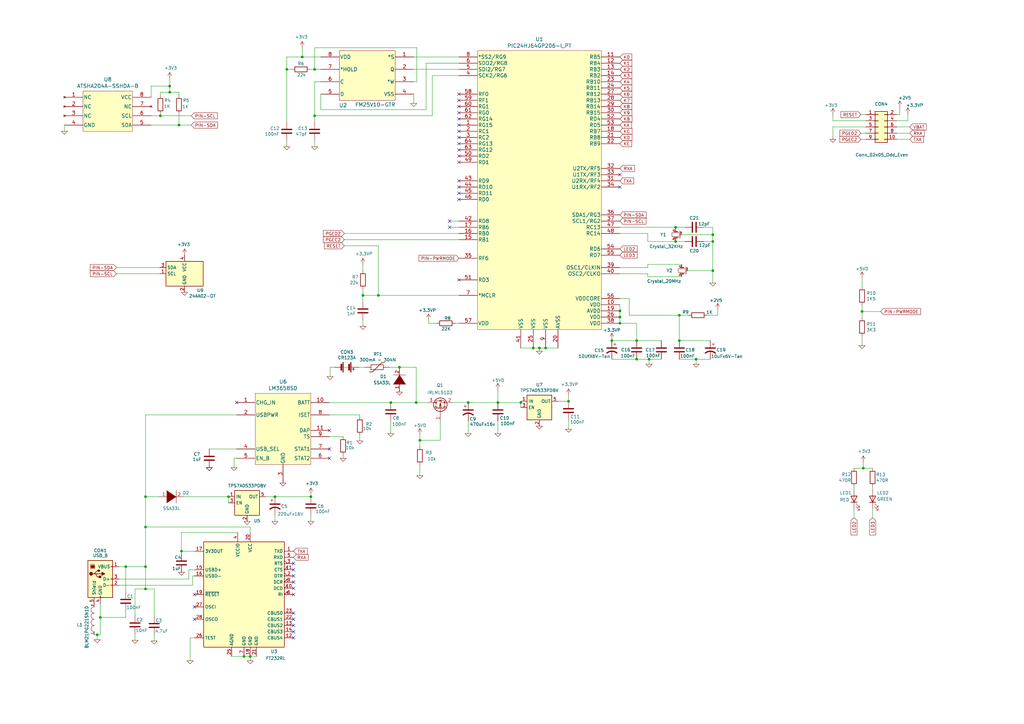
<source format=kicad_sch>
(kicad_sch (version 20211123) (generator eeschema)
  (paper "A3")
  (lib_symbols
    (symbol "Connector:USB_B" (pin_names (offset 1.016))
      (property "Reference" "J" (at -5.08 11.43 0))
      (property "Value" "USB_B" (at -5.08 8.89 0))
      (symbol "USB_B_1_1"
        (pin power_out line (at 7.62 5.08 180) (length 2.54) (name "VBUS") (number "1"))
        (pin bidirectional line (at 7.62 -2.54 180) (length 2.54) (name "D-") (number "2"))
        (pin bidirectional line (at 7.62 0 180) (length 2.54) (name "D+") (number "3"))
        (pin power_out line (at 0 -10.16 90) (length 2.54) (name "GND") (number "4"))
        (pin passive line (at -2.54 -10.16 90) (length 2.54) (name "Shield") (number "5"))
      )
    )
    (symbol "Connector_Generic:Conn_02x05_Odd_Even" (pin_names (offset 1.016) hide)
      (property "Reference" "J" (at 1.27 7.62 0))
      (property "Value" "Conn_02x05_Odd_Even" (at 1.27 -7.62 0))
      (symbol "Conn_02x05_Odd_Even_1_1"
        (pin passive line (at -5.08 5.08 0) (length 3.81) (name "Pin_1") (number "1"))
        (pin passive line (at 7.62 -5.08 180) (length 3.81) (name "Pin_10") (number "10"))
        (pin passive line (at 7.62 5.08 180) (length 3.81) (name "Pin_2") (number "2"))
        (pin passive line (at -5.08 2.54 0) (length 3.81) (name "Pin_3") (number "3"))
        (pin passive line (at 7.62 2.54 180) (length 3.81) (name "Pin_4") (number "4"))
        (pin passive line (at -5.08 0 0) (length 3.81) (name "Pin_5") (number "5"))
        (pin passive line (at 7.62 0 180) (length 3.81) (name "Pin_6") (number "6"))
        (pin passive line (at -5.08 -2.54 0) (length 3.81) (name "Pin_7") (number "7"))
        (pin passive line (at 7.62 -2.54 180) (length 3.81) (name "Pin_8") (number "8"))
        (pin passive line (at -5.08 -5.08 0) (length 3.81) (name "Pin_9") (number "9"))
      )
    )
    (symbol "Device:Battery" (pin_numbers hide) (pin_names (offset 0) hide)
      (property "Reference" "BT" (at 2.54 2.54 0))
      (property "Value" "Battery" (at 2.54 0 0))
      (symbol "Battery_1_1"
        (pin passive line (at 0 5.08 270) (length 2.54) (name "+") (number "1"))
        (pin passive line (at 0 -5.08 90) (length 2.54) (name "-") (number "2"))
      )
    )
    (symbol "Device:C" (pin_numbers hide) (pin_names (offset 0.254))
      (property "Reference" "C" (at 0.635 2.54 0))
      (property "Value" "C" (at 0.635 -2.54 0))
      (symbol "C_1_1"
        (pin passive line (at 0 3.81 270) (length 2.794) (name "~") (number "1"))
        (pin passive line (at 0 -3.81 90) (length 2.794) (name "~") (number "2"))
      )
    )
    (symbol "Device:CP1" (pin_numbers hide) (pin_names (offset 0.254) hide)
      (property "Reference" "C" (at 0.635 2.54 0))
      (property "Value" "Device_CP1" (at 0.635 -2.54 0))
      (symbol "CP1_1_1"
        (pin passive line (at 0 3.81 270) (length 2.794) (name "~") (number "1"))
        (pin passive line (at 0 -3.81 90) (length 3.302) (name "~") (number "2"))
      )
    )
    (symbol "Device:Crystal_GND2_Small" (pin_names (offset 1.016) hide)
      (property "Reference" "Y" (at 0 5.08 0))
      (property "Value" "Crystal_GND2_Small" (at 0 3.175 0))
      (symbol "Crystal_GND2_Small_1_1"
        (pin passive line (at -2.54 0 0) (length 1.27) (name "1") (number "1"))
        (pin passive line (at 0 -2.54 90) (length 0.635) (name "2") (number "2"))
        (pin passive line (at 2.54 0 180) (length 1.27) (name "3") (number "3"))
      )
    )
    (symbol "Device:LED" (pin_numbers hide) (pin_names (offset 1.016) hide)
      (property "Reference" "D" (at 0 2.54 0))
      (property "Value" "LED" (at 0 -2.54 0))
      (symbol "LED_1_1"
        (pin passive line (at -3.81 0 0) (length 2.54) (name "K") (number "1"))
        (pin passive line (at 3.81 0 180) (length 2.54) (name "A") (number "2"))
      )
    )
    (symbol "Device:R" (pin_numbers hide) (pin_names (offset 0))
      (property "Reference" "R" (at 2.032 0 90))
      (property "Value" "R" (at 0 0 90))
      (symbol "R_1_1"
        (pin passive line (at 0 3.81 270) (length 1.27) (name "~") (number "1"))
        (pin passive line (at 0 -3.81 90) (length 1.27) (name "~") (number "2"))
      )
    )
    (symbol "Device:Thermistor" (pin_numbers hide) (pin_names (offset 0))
      (property "Reference" "TH" (at 2.54 1.27 90))
      (property "Value" "Thermistor" (at -2.54 0 90))
      (symbol "Thermistor_1_1"
        (pin passive line (at 0 5.08 270) (length 2.54) (name "~") (number "1"))
        (pin passive line (at 0 -5.08 90) (length 2.54) (name "~") (number "2"))
      )
    )
    (symbol "HLI-M-rescue:ATSHA204A-SSHDA-B-2021-05-23_18-20-08" (pin_names (offset 0.254))
      (property "Reference" "U" (at -1.27 20.32 0))
      (property "Value" "ATSHA204A-SSHDA-B-2021-05-23_18-20-08" (at -1.27 17.78 0))
      (symbol "ATSHA204A-SSHDA-B-2021-05-23_18-20-08_1_1"
        (pin no_connect line (at -17.78 5.08 0) (length 7.62) (name "NC") (number "1"))
        (pin no_connect line (at -17.78 1.27 0) (length 7.62) (name "NC") (number "2"))
        (pin no_connect line (at -17.78 -2.54 0) (length 7.62) (name "NC") (number "3"))
        (pin power_in line (at -17.78 -6.35 0) (length 7.62) (name "GND") (number "4"))
        (pin unspecified line (at 17.78 -6.35 180) (length 7.62) (name "SDA") (number "5"))
        (pin unspecified line (at 17.78 -2.54 180) (length 7.62) (name "SCL") (number "6"))
        (pin no_connect line (at 17.78 1.27 180) (length 7.62) (name "NC") (number "7"))
        (pin power_in line (at 17.78 5.08 180) (length 7.62) (name "VCC") (number "8"))
      )
    )
    (symbol "HLI-M-rescue:FM25V10-GTR-2021-05-23_22-45-04" (pin_names (offset 0.254))
      (property "Reference" "U" (at -1.27 19.05 0))
      (property "Value" "FM25V10-GTR-2021-05-23_22-45-04" (at -2.54 13.97 0))
      (symbol "FM25V10-GTR-2021-05-23_22-45-04_1_1"
        (pin input line (at -19.05 7.62 0) (length 7.62) (name "*S") (number "1"))
        (pin output line (at -19.05 2.54 0) (length 7.62) (name "Q") (number "2"))
        (pin input line (at -19.05 -2.54 0) (length 7.62) (name "*W") (number "3"))
        (pin power_in line (at -19.05 -7.62 0) (length 7.62) (name "VSS") (number "4"))
        (pin input line (at 19.05 -7.62 180) (length 7.62) (name "D") (number "5"))
        (pin input line (at 19.05 -2.54 180) (length 7.62) (name "C") (number "6"))
        (pin input line (at 19.05 2.54 180) (length 7.62) (name "*HOLD") (number "7"))
        (pin power_in line (at 19.05 7.62 180) (length 7.62) (name "VDD") (number "8"))
      )
    )
    (symbol "HLI-M-rescue:LM3658SD-2021-05-23_18-21-17" (pin_names (offset 0.254))
      (property "Reference" "U" (at 0 25.4 0))
      (property "Value" "LM3658SD-2021-05-23_18-21-17" (at 0 22.86 0))
      (symbol "LM3658SD-2021-05-23_18-21-17_1_1"
        (pin input line (at -19.05 11.43 0) (length 7.62) (name "CHG_IN") (number "1"))
        (pin input line (at 19.05 11.43 180) (length 7.62) (name "BATT") (number "10"))
        (pin power_in line (at 19.05 0 180) (length 7.62) (name "DAP") (number "11"))
        (pin input line (at -19.05 6.35 0) (length 7.62) (name "USBPWR") (number "2"))
        (pin power_in line (at 0 -21.59 90) (length 7.62) (name "GND") (number "3"))
        (pin input line (at -19.05 -7.62 0) (length 7.62) (name "USB_SEL") (number "4"))
        (pin input line (at -19.05 -11.43 0) (length 7.62) (name "EN_B") (number "5"))
        (pin unspecified line (at 19.05 -11.43 180) (length 7.62) (name "STAT2") (number "6"))
        (pin unspecified line (at 19.05 -7.62 180) (length 7.62) (name "STAT1") (number "7"))
        (pin input line (at 19.05 6.35 180) (length 7.62) (name "ISET") (number "8"))
        (pin input line (at 19.05 -2.54 180) (length 7.62) (name "TS") (number "9"))
      )
    )
    (symbol "HLI-M-rescue:PIC24HJ64GP206-I_PT-2021-05-23_19-04-09" (pin_names (offset 0.254))
      (property "Reference" "U" (at 0 64.77 0))
      (property "Value" "PIC24HJ64GP206-I_PT-2021-05-23_19-04-09" (at 0 62.23 0))
      (symbol "PIC24HJ64GP206-I_PT-2021-05-23_19-04-09_1_1"
        (pin bidirectional line (at 33.02 24.13 180) (length 7.62) (name "RG15") (number "1"))
        (pin power_in line (at -33.02 -49.53 0) (length 7.62) (name "VDD") (number "10"))
        (pin bidirectional line (at -33.02 52.07 0) (length 7.62) (name "RB5") (number "11"))
        (pin bidirectional line (at -33.02 49.53 0) (length 7.62) (name "RB4") (number "12"))
        (pin bidirectional line (at -33.02 46.99 0) (length 7.62) (name "RB3") (number "13"))
        (pin bidirectional line (at -33.02 44.45 0) (length 7.62) (name "RB2") (number "14"))
        (pin bidirectional line (at 33.02 -22.86 180) (length 7.62) (name "RB1") (number "15"))
        (pin bidirectional line (at 33.02 -20.32 180) (length 7.62) (name "RB0") (number "16"))
        (pin bidirectional line (at 33.02 -17.78 180) (length 7.62) (name "RB6") (number "17"))
        (pin bidirectional line (at -33.02 21.59 0) (length 7.62) (name "RB7") (number "18"))
        (pin power_in line (at -33.02 -52.07 0) (length 7.62) (name "AVDD") (number "19"))
        (pin bidirectional line (at 33.02 21.59 180) (length 7.62) (name "RC1") (number "2"))
        (pin power_in line (at -7.62 -67.31 90) (length 7.62) (name "AVSS") (number "20"))
        (pin bidirectional line (at -33.02 19.05 0) (length 7.62) (name "RB8") (number "21"))
        (pin bidirectional line (at -33.02 16.51 0) (length 7.62) (name "RB9") (number "22"))
        (pin bidirectional line (at -33.02 41.91 0) (length 7.62) (name "RB10") (number "23"))
        (pin bidirectional line (at -33.02 39.37 0) (length 7.62) (name "RB11") (number "24"))
        (pin power_in line (at 2.54 -67.31 90) (length 7.62) (name "VSS") (number "25"))
        (pin power_in line (at -33.02 -54.61 0) (length 7.62) (name "VDD") (number "26"))
        (pin bidirectional line (at -33.02 36.83 0) (length 7.62) (name "RB12") (number "27"))
        (pin bidirectional line (at -33.02 34.29 0) (length 7.62) (name "RB13") (number "28"))
        (pin bidirectional line (at -33.02 31.75 0) (length 7.62) (name "RB14") (number "29"))
        (pin bidirectional line (at 33.02 19.05 180) (length 7.62) (name "RC2") (number "3"))
        (pin bidirectional line (at -33.02 29.21 0) (length 7.62) (name "RB15") (number "30"))
        (pin bidirectional line (at -33.02 1.27 0) (length 7.62) (name "U2RX/RF4") (number "31"))
        (pin bidirectional line (at -33.02 6.35 0) (length 7.62) (name "U2TX/RF5") (number "32"))
        (pin bidirectional line (at -33.02 3.81 0) (length 7.62) (name "U1TX/RF3") (number "33"))
        (pin bidirectional line (at -33.02 -1.27 0) (length 7.62) (name "U1RX/RF2") (number "34"))
        (pin bidirectional line (at 33.02 -30.48 180) (length 7.62) (name "RF6") (number "35"))
        (pin bidirectional line (at -33.02 -12.7 0) (length 7.62) (name "SDA1/RG3") (number "36"))
        (pin bidirectional line (at -33.02 -15.24 0) (length 7.62) (name "SCL1/RG2") (number "37"))
        (pin power_in line (at -33.02 -57.15 0) (length 7.62) (name "VDD") (number "38"))
        (pin bidirectional line (at -33.02 -34.29 0) (length 7.62) (name "OSC1/CLKIN") (number "39"))
        (pin bidirectional line (at 33.02 44.45 180) (length 7.62) (name "SCK2/RG6") (number "4"))
        (pin bidirectional line (at -33.02 -36.83 0) (length 7.62) (name "OSC2/CLKO") (number "40"))
        (pin power_in line (at 7.62 -67.31 90) (length 7.62) (name "VSS") (number "41"))
        (pin bidirectional line (at 33.02 -15.24 180) (length 7.62) (name "RD8") (number "42"))
        (pin bidirectional line (at 33.02 1.27 180) (length 7.62) (name "RD9") (number "43"))
        (pin bidirectional line (at 33.02 -1.27 180) (length 7.62) (name "RD10") (number "44"))
        (pin bidirectional line (at 33.02 -3.81 180) (length 7.62) (name "RD11") (number "45"))
        (pin bidirectional line (at 33.02 -6.35 180) (length 7.62) (name "RD0") (number "46"))
        (pin bidirectional line (at -33.02 -17.78 0) (length 7.62) (name "RC13") (number "47"))
        (pin bidirectional line (at -33.02 -20.32 0) (length 7.62) (name "RC14") (number "48"))
        (pin bidirectional line (at 33.02 8.89 180) (length 7.62) (name "RD1") (number "49"))
        (pin bidirectional line (at 33.02 46.99 180) (length 7.62) (name "SDI2/RG7") (number "5"))
        (pin bidirectional line (at 33.02 11.43 180) (length 7.62) (name "RD2") (number "50"))
        (pin bidirectional line (at 33.02 -39.37 180) (length 7.62) (name "RD3") (number "51"))
        (pin bidirectional line (at -33.02 26.67 0) (length 7.62) (name "RD4") (number "52"))
        (pin bidirectional line (at -33.02 24.13 0) (length 7.62) (name "RD5") (number "53"))
        (pin bidirectional line (at -33.02 -26.67 0) (length 7.62) (name "RD6") (number "54"))
        (pin bidirectional line (at -33.02 -29.21 0) (length 7.62) (name "RD7") (number "55"))
        (pin power_in line (at -33.02 -46.99 0) (length 7.62) (name "VDDCORE") (number "56"))
        (pin power_in line (at 33.02 -57.15 180) (length 7.62) (name "VDD") (number "57"))
        (pin bidirectional line (at 33.02 36.83 180) (length 7.62) (name "RF0") (number "58"))
        (pin bidirectional line (at 33.02 34.29 180) (length 7.62) (name "RF1") (number "59"))
        (pin bidirectional line (at 33.02 49.53 180) (length 7.62) (name "SDO2/RG8") (number "6"))
        (pin bidirectional line (at 33.02 31.75 180) (length 7.62) (name "RG1") (number "60"))
        (pin bidirectional line (at 33.02 29.21 180) (length 7.62) (name "RG0") (number "61"))
        (pin bidirectional line (at 33.02 26.67 180) (length 7.62) (name "RG14") (number "62"))
        (pin bidirectional line (at 33.02 13.97 180) (length 7.62) (name "RG12") (number "63"))
        (pin bidirectional line (at 33.02 16.51 180) (length 7.62) (name "RG13") (number "64"))
        (pin input line (at 33.02 -45.72 180) (length 7.62) (name "*MCLR") (number "7"))
        (pin bidirectional line (at 33.02 52.07 180) (length 7.62) (name "*SS2/RG9") (number "8"))
        (pin power_in line (at -2.54 -67.31 90) (length 7.62) (name "VSS") (number "9"))
      )
    )
    (symbol "HLI-M-rescue:TPS7A0533PDBV-Regulator_Linear"
      (property "Reference" "U" (at -3.81 6.35 0))
      (property "Value" "TPS7A0533PDBV-Regulator_Linear" (at 6.35 6.35 0))
      (symbol "TPS7A0533PDBV-Regulator_Linear_0_1"
        (pin power_in line (at -7.62 2.54 0) (length 2.54) (name "IN") (number "1"))
        (pin power_in line (at 0 -7.62 90) (length 2.54) (name "GND") (number "2"))
        (pin input line (at -7.62 0 0) (length 2.54) (name "EN") (number "3"))
        (pin no_connect line (at 5.08 0 180) (length 2.54) hide (name "NC") (number "4"))
        (pin power_out line (at 7.62 2.54 180) (length 2.54) (name "OUT") (number "5"))
      )
    )
    (symbol "Interface_USB:FT232RL"
      (property "Reference" "U" (at -16.51 22.86 0))
      (property "Value" "FT232RL" (at 10.16 22.86 0))
      (symbol "FT232RL_1_1"
        (pin output line (at 20.32 17.78 180) (length 3.81) (name "TXD") (number "1"))
        (pin input input_low (at 20.32 2.54 180) (length 3.81) (name "DCD") (number "10"))
        (pin input input_low (at 20.32 10.16 180) (length 3.81) (name "CTS") (number "11"))
        (pin bidirectional line (at 20.32 -17.78 180) (length 3.81) (name "CBUS4") (number "12"))
        (pin bidirectional line (at 20.32 -12.7 180) (length 3.81) (name "CBUS2") (number "13"))
        (pin bidirectional line (at 20.32 -15.24 180) (length 3.81) (name "CBUS3") (number "14"))
        (pin bidirectional line (at -20.32 10.16 0) (length 3.81) (name "USBD+") (number "15"))
        (pin bidirectional line (at -20.32 7.62 0) (length 3.81) (name "USBD-") (number "16"))
        (pin power_out line (at -20.32 17.78 0) (length 3.81) (name "3V3OUT") (number "17"))
        (pin power_in line (at 2.54 -25.4 90) (length 3.81) (name "GND") (number "18"))
        (pin input line (at -20.32 0 0) (length 3.81) (name "~{RESET}") (number "19"))
        (pin output output_low (at 20.32 7.62 180) (length 3.81) (name "DTR") (number "2"))
        (pin power_in line (at 2.54 25.4 270) (length 3.81) (name "VCC") (number "20"))
        (pin power_in line (at 5.08 -25.4 90) (length 3.81) (name "GND") (number "21"))
        (pin bidirectional line (at 20.32 -10.16 180) (length 3.81) (name "CBUS1") (number "22"))
        (pin bidirectional line (at 20.32 -7.62 180) (length 3.81) (name "CBUS0") (number "23"))
        (pin power_in line (at -5.08 -25.4 90) (length 3.81) (name "AGND") (number "25"))
        (pin input line (at -20.32 -17.78 0) (length 3.81) (name "TEST") (number "26"))
        (pin input line (at -20.32 -5.08 0) (length 3.81) (name "OSCI") (number "27"))
        (pin output line (at -20.32 -10.16 0) (length 3.81) (name "OSCO") (number "28"))
        (pin output output_low (at 20.32 12.7 180) (length 3.81) (name "RTS") (number "3"))
        (pin power_in line (at -2.54 25.4 270) (length 3.81) (name "VCCIO") (number "4"))
        (pin input line (at 20.32 15.24 180) (length 3.81) (name "RXD") (number "5"))
        (pin input input_low (at 20.32 0 180) (length 3.81) (name "RI") (number "6"))
        (pin power_in line (at 0 -25.4 90) (length 3.81) (name "GND") (number "7"))
        (pin input input_low (at 20.32 5.08 180) (length 3.81) (name "DCR") (number "9"))
      )
    )
    (symbol "Memory_EEPROM:24AA02-OT"
      (property "Reference" "U" (at -7.62 6.35 0))
      (property "Value" "24AA02-OT" (at 2.54 -6.35 0))
      (symbol "24AA02-OT_1_1"
        (pin input line (at 10.16 0 180) (length 2.54) (name "SCL") (number "1"))
        (pin power_in line (at 0 -7.62 90) (length 2.54) (name "GND") (number "2"))
        (pin bidirectional line (at 10.16 2.54 180) (length 2.54) (name "SDA") (number "3"))
        (pin power_in line (at 0 7.62 270) (length 2.54) (name "VCC") (number "4"))
        (pin no_connect line (at 7.62 -2.54 180) (length 2.54) hide (name "NC") (number "5"))
      )
    )
    (symbol "Transistor_FET:IRLML5203" (pin_names hide)
      (property "Reference" "Q" (at 5.08 1.905 0))
      (property "Value" "IRLML5203" (at 5.08 0 0))
      (symbol "IRLML5203_1_1"
        (pin input line (at -5.08 0 0) (length 2.54) (name "G") (number "1"))
        (pin passive line (at 2.54 -5.08 90) (length 2.54) (name "S") (number "2"))
        (pin passive line (at 2.54 5.08 270) (length 2.54) (name "D") (number "3"))
      )
    )
    (symbol "power:+2V5" (power) (pin_names (offset 0))
      (property "Value" "+2V5" (at 0 3.556 0))
      (symbol "+2V5_1_1"
        (pin power_in line (at 0 0 90) (length 0) hide (name "+2V5") (number "1"))
      )
    )
    (symbol "power:+3.3V" (power) (pin_names (offset 0))
      (property "Value" "+3.3V" (at 0 3.556 0))
      (symbol "+3.3V_1_1"
        (pin power_in line (at 0 0 90) (length 0) hide (name "+3V3") (number "1"))
      )
    )
    (symbol "power:+3.3VP" (power) (pin_names (offset 0))
      (property "Value" "+3.3VP" (at 0 2.54 0))
      (symbol "+3.3VP_0_0"
        (pin power_in line (at 0 0 90) (length 0) hide (name "+3.3VP") (number "1"))
      )
    )
    (symbol "power:+3V3" (power) (pin_names (offset 0))
      (property "Value" "+3V3" (at 0 3.556 0))
      (symbol "+3V3_1_1"
        (pin power_in line (at 0 0 90) (length 0) hide (name "+3V3") (number "1"))
      )
    )
    (symbol "power:+5VD" (power) (pin_names (offset 0))
      (property "Value" "+5VD" (at 0 3.556 0))
      (symbol "+5VD_1_1"
        (pin power_in line (at 0 0 90) (length 0) hide (name "+5VD") (number "1"))
      )
    )
    (symbol "power:GND" (power) (pin_names (offset 0))
      (property "Value" "GND" (at 0 -3.81 0))
      (symbol "GND_1_1"
        (pin power_in line (at 0 0 270) (length 0) hide (name "GND") (number "1"))
      )
    )
    (symbol "pspice:0" (power) (pin_names (offset 0))
      (property "Value" "0" (at 0 -1.778 0))
      (symbol "0_1_1"
        (pin power_in line (at 0 0 0) (length 0) hide (name "0") (number "1"))
      )
    )
    (symbol "pspice:DIODE" (pin_names (offset 1.016) hide)
      (property "Reference" "D" (at 0 3.81 0))
      (property "Value" "DIODE" (at 0 -4.445 0))
      (symbol "DIODE_1_1"
        (pin input line (at -5.08 0 0) (length 3.81) (name "K") (number "1"))
        (pin input line (at 5.08 0 180) (length 3.81) (name "A") (number "2"))
      )
    )
    (symbol "pspice:INDUCTOR" (pin_numbers hide) (pin_names (offset 0))
      (property "Reference" "L" (at 0 2.54 0))
      (property "Value" "INDUCTOR" (at 0 -1.27 0))
      (symbol "INDUCTOR_1_1"
        (pin input line (at -6.35 0 0) (length 1.27) (name "1") (number "1"))
        (pin input line (at 6.35 0 180) (length 1.27) (name "2") (number "2"))
      )
    )
  )
  (junction (at 292.354 110.998))
  (junction (at 160.274 165.1))
  (junction (at 51.562 232.41))
  (junction (at 285.496 147.32))
  (junction (at 204.216 165.1))
  (junction (at 100.076 269.24))
  (junction (at 354.076 192.024))
  (junction (at 112.776 203.708))
  (junction (at 250.952 139.7))
  (junction (at 69.596 37.846))
  (junction (at 192.024 165.1))
  (junction (at 261.112 147.32))
  (junction (at 155.194 121.158))
  (junction (at 172.212 180.594))
  (junction (at 292.354 99.06))
  (junction (at 129.032 47.498))
  (junction (at 74.422 226.06))
  (junction (at 117.602 28.448))
  (junction (at 261.112 139.7))
  (junction (at 59.69 216.154))
  (junction (at 102.616 269.24))
  (junction (at 277.114 99.06))
  (junction (at 123.952 23.368))
  (junction (at 59.69 241.554))
  (junction (at 221.234 142.748))
  (junction (at 41.148 253.238))
  (junction (at 59.69 203.708))
  (junction (at 129.032 28.448))
  (junction (at 59.69 232.41))
  (junction (at 69.596 35.306))
  (junction (at 73.406 51.308))
  (junction (at 127.508 203.708))
  (junction (at 218.694 142.748))
  (junction (at 213.614 165.1))
  (junction (at 278.638 129.286))
  (junction (at 170.688 165.1))
  (junction (at 148.844 121.158))
  (junction (at 223.774 142.748))
  (junction (at 65.786 47.498))
  (junction (at 254.254 130.048))
  (junction (at 254.254 132.588))
  (junction (at 277.114 93.218))
  (junction (at 93.726 203.708))
  (junction (at 353.568 127.762))
  (junction (at 39.878 260.35))
  (junction (at 292.354 96.266))
  (junction (at 266.192 147.32))
  (junction (at 233.172 164.592))
  (junction (at 278.638 139.7))
  (junction (at 163.83 150.622))
  (junction (at 254.254 127.508))
  (no_connect (at 120.396 243.84))
  (no_connect (at 184.404 90.678))
  (no_connect (at 120.396 233.68))
  (no_connect (at 188.214 114.808))
  (no_connect (at 188.214 43.688))
  (no_connect (at 135.128 176.53))
  (no_connect (at 120.396 254))
  (no_connect (at 120.396 251.46))
  (no_connect (at 120.396 236.22))
  (no_connect (at 120.396 238.76))
  (no_connect (at 188.214 53.848))
  (no_connect (at 188.214 38.608))
  (no_connect (at 254.254 76.708))
  (no_connect (at 254.254 71.628))
  (no_connect (at 135.128 184.15))
  (no_connect (at 79.756 243.84))
  (no_connect (at 188.214 46.228))
  (no_connect (at 188.214 58.928))
  (no_connect (at 97.028 165.1))
  (no_connect (at 120.396 256.54))
  (no_connect (at 188.214 48.768))
  (no_connect (at 120.396 259.08))
  (no_connect (at 184.404 93.218))
  (no_connect (at 188.214 51.308))
  (no_connect (at 188.214 76.708))
  (no_connect (at 79.756 254))
  (no_connect (at 135.128 187.96))
  (no_connect (at 79.756 248.92))
  (no_connect (at 188.214 74.168))
  (no_connect (at 188.214 66.548))
  (no_connect (at 188.214 41.148))
  (no_connect (at 188.214 64.008))
  (no_connect (at 188.214 61.468))
  (no_connect (at 120.396 241.3))
  (no_connect (at 120.396 261.62))
  (no_connect (at 188.214 79.248))
  (no_connect (at 188.214 81.788))
  (no_connect (at 120.396 231.14))
  (no_connect (at 188.214 56.388))
  (wire (pts (xy 367.792 57.15) (xy 373.126 57.15)))
  (wire (pts (xy 63.246 241.554) (xy 63.246 252.73)))
  (wire (pts (xy 135.128 165.1) (xy 160.274 165.1)))
  (wire (pts (xy 96.012 187.96) (xy 96.012 191.77)))
  (wire (pts (xy 59.69 241.554) (xy 55.372 241.554)))
  (wire (pts (xy 254.254 93.218) (xy 277.114 93.218)))
  (wire (pts (xy 47.752 109.728) (xy 65.532 109.728)))
  (wire (pts (xy 254.254 95.758) (xy 265.684 95.758)))
  (wire (pts (xy 73.406 37.846) (xy 73.406 39.116)))
  (wire (pts (xy 127.508 211.328) (xy 127.508 213.868)))
  (wire (pts (xy 74.422 218.44) (xy 74.422 226.06)))
  (wire (pts (xy 254.254 132.588) (xy 261.112 132.588)))
  (wire (pts (xy 135.382 150.622) (xy 135.382 154.432)))
  (wire (pts (xy 265.684 109.728) (xy 265.684 108.458)))
  (wire (pts (xy 354.076 192.024) (xy 354.076 189.484)))
  (wire (pts (xy 353.568 130.302) (xy 353.568 127.762)))
  (wire (pts (xy 39.878 260.35) (xy 41.148 260.35)))
  (wire (pts (xy 78.994 236.22) (xy 78.994 240.03)))
  (wire (pts (xy 75.438 203.708) (xy 93.726 203.708)))
  (wire (pts (xy 117.602 28.448) (xy 117.602 50.038)))
  (wire (pts (xy 65.786 37.846) (xy 69.596 37.846)))
  (wire (pts (xy 160.274 165.1) (xy 170.688 165.1)))
  (wire (pts (xy 294.386 127) (xy 294.386 129.286)))
  (wire (pts (xy 254.254 127.508) (xy 254.254 130.048)))
  (wire (pts (xy 277.114 93.218) (xy 277.114 93.726)))
  (wire (pts (xy 290.068 129.286) (xy 294.386 129.286)))
  (wire (pts (xy 213.614 142.748) (xy 218.694 142.748)))
  (wire (pts (xy 172.212 190.754) (xy 172.212 195.072)))
  (wire (pts (xy 277.114 99.06) (xy 280.924 99.06)))
  (wire (pts (xy 278.638 147.32) (xy 285.496 147.32)))
  (wire (pts (xy 129.032 50.038) (xy 129.032 47.498)))
  (wire (pts (xy 172.212 180.594) (xy 180.594 180.594)))
  (wire (pts (xy 39.878 260.35) (xy 39.878 262.382)))
  (wire (pts (xy 141.224 98.298) (xy 188.214 98.298)))
  (wire (pts (xy 372.364 46.736) (xy 372.364 49.53)))
  (wire (pts (xy 221.234 142.748) (xy 221.234 144.018)))
  (wire (pts (xy 112.776 203.708) (xy 127.508 203.708)))
  (wire (pts (xy 341.63 49.53) (xy 355.092 49.53)))
  (wire (pts (xy 188.214 23.368) (xy 169.672 23.368)))
  (wire (pts (xy 59.69 241.554) (xy 59.69 232.41)))
  (wire (pts (xy 97.536 218.44) (xy 74.422 218.44)))
  (wire (pts (xy 51.562 232.41) (xy 51.562 242.824)))
  (wire (pts (xy 59.69 216.154) (xy 59.69 232.41)))
  (wire (pts (xy 367.792 54.61) (xy 373.126 54.61)))
  (wire (pts (xy 79.756 226.06) (xy 74.422 226.06)))
  (wire (pts (xy 141.224 95.758) (xy 188.214 95.758)))
  (wire (pts (xy 265.684 113.538) (xy 279.654 113.538)))
  (wire (pts (xy 341.63 52.07) (xy 355.092 52.07)))
  (wire (pts (xy 204.216 159.766) (xy 204.216 165.1)))
  (wire (pts (xy 184.404 90.678) (xy 188.214 90.678)))
  (wire (pts (xy 55.372 260.096) (xy 55.372 262.636)))
  (wire (pts (xy 221.234 142.748) (xy 223.774 142.748)))
  (wire (pts (xy 102.616 269.24) (xy 105.156 269.24)))
  (wire (pts (xy 163.83 150.622) (xy 170.688 150.622)))
  (wire (pts (xy 265.684 108.458) (xy 279.654 108.458)))
  (wire (pts (xy 148.844 121.158) (xy 155.194 121.158)))
  (wire (pts (xy 63.246 260.35) (xy 63.246 262.89)))
  (wire (pts (xy 51.562 232.41) (xy 59.69 232.41)))
  (wire (pts (xy 261.112 139.7) (xy 271.272 139.7)))
  (wire (pts (xy 266.192 147.32) (xy 266.192 149.352)))
  (wire (pts (xy 341.63 49.53) (xy 341.63 46.99)))
  (wire (pts (xy 73.406 51.308) (xy 78.486 51.308)))
  (wire (pts (xy 172.212 180.594) (xy 172.212 183.134)))
  (wire (pts (xy 102.616 216.154) (xy 102.616 218.44)))
  (wire (pts (xy 141.224 100.838) (xy 155.194 100.838)))
  (wire (pts (xy 61.976 51.308) (xy 73.406 51.308)))
  (wire (pts (xy 123.952 23.368) (xy 123.952 19.558)))
  (wire (pts (xy 169.672 33.528) (xy 170.942 33.528)))
  (wire (pts (xy 213.614 164.592) (xy 213.614 165.1)))
  (wire (pts (xy 127.254 28.448) (xy 129.032 28.448)))
  (wire (pts (xy 170.688 165.1) (xy 175.514 165.1)))
  (wire (pts (xy 288.544 93.218) (xy 292.354 93.218)))
  (wire (pts (xy 279.654 96.266) (xy 292.354 96.266)))
  (wire (pts (xy 117.602 60.198) (xy 117.602 57.658)))
  (wire (pts (xy 172.212 178.308) (xy 172.212 180.594)))
  (wire (pts (xy 188.214 25.908) (xy 174.752 25.908)))
  (wire (pts (xy 258.064 129.286) (xy 278.638 129.286)))
  (wire (pts (xy 292.354 93.218) (xy 292.354 96.266)))
  (wire (pts (xy 147.32 150.622) (xy 149.606 150.622)))
  (wire (pts (xy 185.674 165.1) (xy 192.024 165.1)))
  (wire (pts (xy 41.148 253.238) (xy 51.562 253.238)))
  (wire (pts (xy 85.852 184.15) (xy 97.028 184.15)))
  (wire (pts (xy 278.638 129.286) (xy 278.638 139.7)))
  (wire (pts (xy 254.254 122.428) (xy 258.064 122.428)))
  (wire (pts (xy 285.496 147.32) (xy 291.338 147.32)))
  (wire (pts (xy 233.172 164.592) (xy 233.172 162.052)))
  (wire (pts (xy 77.47 233.68) (xy 77.47 237.49)))
  (wire (pts (xy 108.966 203.708) (xy 112.776 203.708)))
  (wire (pts (xy 159.766 150.622) (xy 163.83 150.622)))
  (wire (pts (xy 59.69 170.18) (xy 59.69 203.708)))
  (wire (pts (xy 169.672 42.418) (xy 169.672 38.608)))
  (wire (pts (xy 184.404 93.218) (xy 188.214 93.218)))
  (wire (pts (xy 204.216 177.8) (xy 204.216 172.72)))
  (wire (pts (xy 61.976 35.306) (xy 69.596 35.306)))
  (wire (pts (xy 48.768 232.41) (xy 51.562 232.41)))
  (wire (pts (xy 292.354 99.06) (xy 288.544 99.06)))
  (wire (pts (xy 100.076 269.24) (xy 102.616 269.24)))
  (wire (pts (xy 77.47 237.49) (xy 48.768 237.49)))
  (wire (pts (xy 223.774 142.748) (xy 228.854 142.748)))
  (wire (pts (xy 170.942 33.528) (xy 170.942 19.558)))
  (wire (pts (xy 38.608 260.35) (xy 39.878 260.35)))
  (wire (pts (xy 266.192 147.32) (xy 271.272 147.32)))
  (wire (pts (xy 265.684 95.758) (xy 265.684 99.06)))
  (wire (pts (xy 65.786 47.498) (xy 78.486 47.498)))
  (wire (pts (xy 140.716 187.96) (xy 140.716 186.69)))
  (wire (pts (xy 41.148 253.238) (xy 41.148 260.35)))
  (wire (pts (xy 127.508 203.708) (xy 127.508 202.692)))
  (wire (pts (xy 282.194 110.998) (xy 292.354 110.998)))
  (wire (pts (xy 341.63 52.07) (xy 341.63 55.88)))
  (wire (pts (xy 282.448 129.286) (xy 278.638 129.286)))
  (wire (pts (xy 160.274 177.8) (xy 160.274 172.72)))
  (wire (pts (xy 367.792 49.53) (xy 372.364 49.53)))
  (wire (pts (xy 254.254 112.268) (xy 265.684 112.268)))
  (wire (pts (xy 102.616 269.24) (xy 102.616 271.018)))
  (wire (pts (xy 350.266 192.024) (xy 354.076 192.024)))
  (wire (pts (xy 265.684 99.06) (xy 277.114 99.06)))
  (wire (pts (xy 170.942 19.558) (xy 129.032 19.558)))
  (wire (pts (xy 357.886 212.344) (xy 357.886 208.534)))
  (wire (pts (xy 97.028 187.96) (xy 96.012 187.96)))
  (wire (pts (xy 369.062 43.942) (xy 369.062 46.99)))
  (wire (pts (xy 59.69 170.18) (xy 97.028 170.18)))
  (wire (pts (xy 129.032 33.528) (xy 131.572 33.528)))
  (wire (pts (xy 155.194 121.158) (xy 188.214 121.158)))
  (wire (pts (xy 369.062 46.99) (xy 367.792 46.99)))
  (wire (pts (xy 65.786 37.846) (xy 65.786 39.116)))
  (wire (pts (xy 261.112 132.588) (xy 261.112 139.7)))
  (wire (pts (xy 69.596 35.306) (xy 69.596 37.846)))
  (wire (pts (xy 123.952 23.368) (xy 131.572 23.368)))
  (wire (pts (xy 233.172 172.212) (xy 233.172 176.022)))
  (wire (pts (xy 137.16 150.622) (xy 135.382 150.622)))
  (wire (pts (xy 277.114 98.806) (xy 277.114 99.06)))
  (wire (pts (xy 61.976 47.498) (xy 65.786 47.498)))
  (wire (pts (xy 48.768 240.03) (xy 78.994 240.03)))
  (wire (pts (xy 174.752 44.958) (xy 131.572 44.958)))
  (wire (pts (xy 41.148 247.65) (xy 41.148 253.238)))
  (wire (pts (xy 213.614 165.1) (xy 213.614 167.132)))
  (wire (pts (xy 353.06 54.61) (xy 355.092 54.61)))
  (wire (pts (xy 292.354 110.998) (xy 292.354 116.078)))
  (wire (pts (xy 192.024 177.8) (xy 192.024 172.72)))
  (wire (pts (xy 148.844 133.858) (xy 148.844 131.318)))
  (wire (pts (xy 59.69 203.708) (xy 59.69 216.154)))
  (wire (pts (xy 94.996 269.24) (xy 100.076 269.24)))
  (wire (pts (xy 79.756 261.62) (xy 77.978 261.62)))
  (wire (pts (xy 292.354 96.266) (xy 292.354 99.06)))
  (wire (pts (xy 204.216 165.1) (xy 213.614 165.1)))
  (wire (pts (xy 353.568 127.762) (xy 361.188 127.762)))
  (wire (pts (xy 261.112 147.32) (xy 266.192 147.32)))
  (wire (pts (xy 233.172 164.592) (xy 228.854 164.592)))
  (wire (pts (xy 354.076 192.024) (xy 357.886 192.024)))
  (wire (pts (xy 74.422 226.06) (xy 74.422 227.076)))
  (wire (pts (xy 77.978 261.62) (xy 77.978 271.018)))
  (wire (pts (xy 59.69 241.554) (xy 63.246 241.554)))
  (wire (pts (xy 350.266 212.344) (xy 350.266 208.534)))
  (wire (pts (xy 188.214 28.448) (xy 169.672 28.448)))
  (wire (pts (xy 140.716 179.07) (xy 135.128 179.07)))
  (wire (pts (xy 117.602 23.368) (xy 117.602 28.448)))
  (wire (pts (xy 148.844 121.158) (xy 148.844 118.618)))
  (wire (pts (xy 55.372 252.476) (xy 55.372 241.554)))
  (wire (pts (xy 353.06 46.99) (xy 355.092 46.99)))
  (wire (pts (xy 147.574 170.18) (xy 135.128 170.18)))
  (wire (pts (xy 277.114 93.218) (xy 280.924 93.218)))
  (wire (pts (xy 367.792 52.07) (xy 373.126 52.07)))
  (wire (pts (xy 59.69 216.154) (xy 102.616 216.154)))
  (wire (pts (xy 188.214 30.988) (xy 177.292 30.988)))
  (wire (pts (xy 177.292 47.498) (xy 177.292 30.988)))
  (wire (pts (xy 93.726 203.708) (xy 93.726 206.248)))
  (wire (pts (xy 79.756 236.22) (xy 78.994 236.22)))
  (wire (pts (xy 350.266 200.914) (xy 350.266 199.644)))
  (wire (pts (xy 155.194 100.838) (xy 155.194 121.158)))
  (wire (pts (xy 123.952 23.368) (xy 117.602 23.368)))
  (wire (pts (xy 186.69 132.588) (xy 188.214 132.588)))
  (wire (pts (xy 250.952 139.7) (xy 250.952 139.192)))
  (wire (pts (xy 112.776 211.328) (xy 112.776 213.868)))
  (wire (pts (xy 177.292 47.498) (xy 129.032 47.498)))
  (wire (pts (xy 131.572 44.958) (xy 131.572 38.608)))
  (wire (pts (xy 148.844 123.698) (xy 148.844 121.158)))
  (wire (pts (xy 147.574 178.562) (xy 147.574 180.848)))
  (wire (pts (xy 174.752 25.908) (xy 174.752 44.958)))
  (wire (pts (xy 218.694 142.748) (xy 221.234 142.748)))
  (wire (pts (xy 61.976 39.878) (xy 61.976 35.306)))
  (wire (pts (xy 175.768 132.588) (xy 175.768 131.318)))
  (wire (pts (xy 265.684 112.268) (xy 265.684 113.538)))
  (wire (pts (xy 69.596 37.846) (xy 73.406 37.846)))
  (wire (pts (xy 250.952 147.32) (xy 261.112 147.32)))
  (wire (pts (xy 180.594 180.594) (xy 180.594 172.72)))
  (wire (pts (xy 353.06 57.15) (xy 355.092 57.15)))
  (wire (pts (xy 59.69 203.708) (xy 65.278 203.708)))
  (wire (pts (xy 285.496 149.352) (xy 285.496 147.32)))
  (wire (pts (xy 353.568 114.046) (xy 353.568 117.602)))
  (wire (pts (xy 79.756 233.68) (xy 77.47 233.68)))
  (wire (pts (xy 179.07 132.588) (xy 175.768 132.588)))
  (wire (pts (xy 353.568 141.732) (xy 353.568 137.922)))
  (wire (pts (xy 129.032 60.198) (xy 129.032 57.658)))
  (wire (pts (xy 148.844 110.998) (xy 148.844 108.458)))
  (wire (pts (xy 357.886 200.914) (xy 357.886 199.644)))
  (wire (pts (xy 254.254 130.048) (xy 254.254 132.588)))
  (wire (pts (xy 292.354 99.06) (xy 292.354 110.998)))
  (wire (pts (xy 129.032 19.558) (xy 129.032 28.448)))
  (wire (pts (xy 254.254 109.728) (xy 265.684 109.728)))
  (wire (pts (xy 170.688 150.622) (xy 170.688 165.1)))
  (wire (pts (xy 192.024 165.1) (xy 204.216 165.1)))
  (wire (pts (xy 254.254 124.968) (xy 254.254 127.508)))
  (wire (pts (xy 26.416 53.848) (xy 26.416 51.308)))
  (wire (pts (xy 131.572 28.448) (xy 129.032 28.448)))
  (wire (pts (xy 73.406 46.736) (xy 73.406 51.308)))
  (wire (pts (xy 47.752 112.268) (xy 65.532 112.268)))
  (wire (pts (xy 250.952 139.7) (xy 261.112 139.7)))
  (wire (pts (xy 129.032 47.498) (xy 129.032 33.528)))
  (wire (pts (xy 69.596 32.258) (xy 69.596 35.306)))
  (wire (pts (xy 119.634 28.448) (xy 117.602 28.448)))
  (wire (pts (xy 258.064 129.286) (xy 258.064 122.428)))
  (wire (pts (xy 65.786 46.736) (xy 65.786 47.498)))
  (wire (pts (xy 51.562 250.444) (xy 51.562 253.238)))
  (wire (pts (xy 353.568 127.762) (xy 353.568 125.222)))
  (wire (pts (xy 147.574 170.942) (xy 147.574 170.18)))
  (wire (pts (xy 291.338 139.7) (xy 278.638 139.7)))
  (global_label "PGEC2" (shape input) (at 353.06 57.15 180) (property "Intersheet References" "${INTERSHEET_REFS}" (effects hide)))
  (global_label "LED3" (shape input) (at 357.886 212.344 270) (property "Intersheet References" "${INTERSHEET_REFS}" (effects hide)))
  (global_label "KB" (shape input) (at 254.254 48.768 0) (property "Intersheet References" "${INTERSHEET_REFS}" (effects hide)))
  (global_label "PIN-SCL" (shape input) (at 254.254 90.678 0) (property "Intersheet References" "${INTERSHEET_REFS}" (effects hide)))
  (global_label "TXA" (shape input) (at 120.396 226.06 0) (property "Intersheet References" "${INTERSHEET_REFS}" (effects hide)))
  (global_label "RXA" (shape input) (at 254.254 69.088 0) (property "Intersheet References" "${INTERSHEET_REFS}" (effects hide)))
  (global_label "PGED2" (shape input) (at 141.224 95.758 180) (property "Intersheet References" "${INTERSHEET_REFS}" (effects hide)))
  (global_label "PIN-PWRMODE" (shape input) (at 361.188 127.762 0) (property "Intersheet References" "${INTERSHEET_REFS}" (effects hide)))
  (global_label "PGED2" (shape input) (at 353.06 54.61 180) (property "Intersheet References" "${INTERSHEET_REFS}" (effects hide)))
  (global_label "KA" (shape input) (at 254.254 51.308 0) (property "Intersheet References" "${INTERSHEET_REFS}" (effects hide)))
  (global_label "RESET" (shape input) (at 353.06 46.99 180) (property "Intersheet References" "${INTERSHEET_REFS}" (effects hide)))
  (global_label "PIN-SCL" (shape input) (at 78.486 47.498 0) (property "Intersheet References" "${INTERSHEET_REFS}" (effects hide)))
  (global_label "VBAT" (shape input) (at 373.126 52.07 0) (property "Intersheet References" "${INTERSHEET_REFS}" (effects hide)))
  (global_label "KC" (shape input) (at 254.254 53.848 0) (property "Intersheet References" "${INTERSHEET_REFS}" (effects hide)))
  (global_label "K7" (shape input) (at 254.254 41.148 0) (property "Intersheet References" "${INTERSHEET_REFS}" (effects hide)))
  (global_label "PIN-SDA" (shape input) (at 78.486 51.308 0) (property "Intersheet References" "${INTERSHEET_REFS}" (effects hide)))
  (global_label "TXA" (shape input) (at 373.126 57.15 0) (property "Intersheet References" "${INTERSHEET_REFS}" (effects hide)))
  (global_label "TXA" (shape input) (at 254.254 74.168 0) (property "Intersheet References" "${INTERSHEET_REFS}" (effects hide)))
  (global_label "RXA" (shape input) (at 120.396 228.6 0) (property "Intersheet References" "${INTERSHEET_REFS}" (effects hide)))
  (global_label "KE" (shape input) (at 254.254 58.928 0) (property "Intersheet References" "${INTERSHEET_REFS}" (effects hide)))
  (global_label "KD" (shape input) (at 254.254 56.388 0) (property "Intersheet References" "${INTERSHEET_REFS}" (effects hide)))
  (global_label "LED3" (shape input) (at 254.254 104.648 0) (property "Intersheet References" "${INTERSHEET_REFS}" (effects hide)))
  (global_label "K4" (shape input) (at 254.254 33.528 0) (property "Intersheet References" "${INTERSHEET_REFS}" (effects hide)))
  (global_label "LED2" (shape input) (at 254.254 102.108 0) (property "Intersheet References" "${INTERSHEET_REFS}" (effects hide)))
  (global_label "PIN-SDA" (shape input) (at 47.752 109.728 180) (property "Intersheet References" "${INTERSHEET_REFS}" (effects hide)))
  (global_label "K1" (shape input) (at 254.254 25.908 0) (property "Intersheet References" "${INTERSHEET_REFS}" (effects hide)))
  (global_label "K5" (shape input) (at 254.254 36.068 0) (property "Intersheet References" "${INTERSHEET_REFS}" (effects hide)))
  (global_label "K6" (shape input) (at 254.254 38.608 0) (property "Intersheet References" "${INTERSHEET_REFS}" (effects hide)))
  (global_label "PGEC2" (shape input) (at 141.224 98.298 180) (property "Intersheet References" "${INTERSHEET_REFS}" (effects hide)))
  (global_label "RESET" (shape input) (at 141.224 100.838 180) (property "Intersheet References" "${INTERSHEET_REFS}" (effects hide)))
  (global_label "K9" (shape input) (at 254.254 46.228 0) (property "Intersheet References" "${INTERSHEET_REFS}" (effects hide)))
  (global_label "K3" (shape input) (at 254.254 30.988 0) (property "Intersheet References" "${INTERSHEET_REFS}" (effects hide)))
  (global_label "PIN-PWRMODE" (shape input) (at 188.214 105.918 180) (property "Intersheet References" "${INTERSHEET_REFS}" (effects hide)))
  (global_label "K2" (shape input) (at 254.254 28.448 0) (property "Intersheet References" "${INTERSHEET_REFS}" (effects hide)))
  (global_label "LED2" (shape input) (at 350.266 212.344 270) (property "Intersheet References" "${INTERSHEET_REFS}" (effects hide)))
  (global_label "K8" (shape input) (at 254.254 43.688 0) (property "Intersheet References" "${INTERSHEET_REFS}" (effects hide)))
  (global_label "PIN-SDA" (shape input) (at 254.254 88.138 0) (property "Intersheet References" "${INTERSHEET_REFS}" (effects hide)))
  (global_label "RXA" (shape input) (at 373.126 54.61 0) (property "Intersheet References" "${INTERSHEET_REFS}" (effects hide)))
  (global_label "PIN-SCL" (shape input) (at 47.752 112.268 180) (property "Intersheet References" "${INTERSHEET_REFS}" (effects hide)))
  (global_label "K0" (shape input) (at 254.254 23.368 0) (property "Intersheet References" "${INTERSHEET_REFS}" (effects hide)))
  (symbol (lib_id "pspice:0") (at 353.568 141.732 0) (unit 1)
    (property "Reference" "#GND0123" (effects hide))
    (property "Value" "0" (effects hide))
  )
  (symbol (lib_id "pspice:INDUCTOR") (at 38.608 254 90) (unit 1)
    (property "Reference" "L1" (at 31.496 256.286 90) (effects (justify right)))
    (property "Value" "BLM21PG221SN1D" (at 35.56 248.412 0) (effects (justify right)))
    (property "Footprint" "Inductor_SMD:L_0805_2012Metric" (effects hide))
  )
  (symbol (lib_id "Device:C") (at 129.032 53.848 0) (mirror y) (unit 1)
    (property "Reference" "C13" (at 126.111 52.6796 0) (effects (justify left)))
    (property "Value" "47pF" (at 126.111 54.991 0) (effects (justify left)))
    (property "Footprint" "Capacitor_SMD:C_0603_1608Metric_Pad1.08x0.95mm_HandSolder" (effects hide))
  )
  (symbol (lib_id "pspice:0") (at 192.024 177.8 0) (unit 1)
    (property "Reference" "#GND0136" (effects hide))
    (property "Value" "0" (effects hide))
  )
  (symbol (lib_id "power:+3.3V") (at 69.596 32.258 0) (unit 1)
    (property "Reference" "#PWR0107" (effects hide))
    (property "Value" "+3.3V" (at 69.977 27.8638 0))
  )
  (symbol (lib_id "power:+3.3V") (at 75.692 104.648 0) (mirror y) (unit 1)
    (property "Reference" "#PWR0112" (effects hide))
    (property "Value" "+3.3V" (at 75.311 100.2538 0))
  )
  (symbol (lib_id "Device:C") (at 284.734 99.06 90) (mirror x) (unit 1)
    (property "Reference" "C20" (at 284.734 102.87 90))
    (property "Value" "12pF" (at 289.052 100.584 90))
    (property "Footprint" "Capacitor_SMD:C_0603_1608Metric_Pad1.08x0.95mm_HandSolder" (effects hide))
  )
  (symbol (lib_id "Connector_Generic:Conn_02x05_Odd_Even") (at 360.172 52.07 0) (unit 1)
    (property "Reference" "CON4" (at 361.442 42.672 0))
    (property "Value" "Conn_02x05_Odd_Even" (at 361.696 63.5 0))
    (property "Footprint" "Connector_PinSocket_1.27mm:PinSocket_2x05_P1.27mm_Vertical" (effects hide))
  )
  (symbol (lib_id "Device:Battery") (at 142.24 150.622 270) (unit 1)
    (property "Reference" "CON3" (at 142.24 144.399 90))
    (property "Value" "CR123A" (at 142.24 146.7104 90))
    (property "Footprint" "bt1:BAT_BH123A" (effects hide))
  )
  (symbol (lib_id "pspice:0") (at 163.83 160.782 0) (unit 1)
    (property "Reference" "#GND0103" (effects hide))
    (property "Value" "0" (effects hide))
  )
  (symbol (lib_id "Device:R") (at 73.406 42.926 0) (unit 1)
    (property "Reference" "R5" (at 74.93 41.148 0) (effects (justify left)))
    (property "Value" "1K" (at 74.7268 43.7388 0) (effects (justify left)))
    (property "Footprint" "Resistor_SMD:R_0603_1608Metric_Pad0.98x0.95mm_HandSolder" (effects hide))
  )
  (symbol (lib_id "pspice:0") (at 172.212 195.072 0) (unit 1)
    (property "Reference" "#GND0133" (effects hide))
    (property "Value" "0" (effects hide))
  )
  (symbol (lib_id "Device:R") (at 350.266 195.834 0) (unit 1)
    (property "Reference" "R12" (at 345.186 194.564 0) (effects (justify left)))
    (property "Value" "470R" (at 343.9668 197.0024 0) (effects (justify left)))
    (property "Footprint" "Resistor_SMD:R_0603_1608Metric_Pad0.98x0.95mm_HandSolder" (effects hide))
  )
  (symbol (lib_id "power:+3.3VP") (at 148.844 108.458 0) (unit 1)
    (property "Reference" "#PWR0114" (effects hide))
    (property "Value" "+3.3VP" (at 149.225 104.0638 0))
  )
  (symbol (lib_id "Device:C") (at 51.562 246.634 0) (unit 1)
    (property "Reference" "C1" (at 52.07 244.602 0) (effects (justify left)))
    (property "Value" "100nF" (at 51.816 249.174 0) (effects (justify left)))
    (property "Footprint" "Capacitor_SMD:C_0603_1608Metric_Pad1.08x0.95mm_HandSolder" (effects hide))
  )
  (symbol (lib_id "power:+2V5") (at 294.386 127 0) (unit 1)
    (property "Reference" "#PWR0105" (effects hide))
    (property "Value" "+2V5" (at 293.624 123.19 0))
  )
  (symbol (lib_id "Device:R") (at 148.844 114.808 0) (mirror y) (unit 1)
    (property "Reference" "R7" (at 147.066 113.6396 0) (effects (justify left)))
    (property "Value" "22k" (at 147.066 115.951 0) (effects (justify left)))
    (property "Footprint" "Resistor_SMD:R_0603_1608Metric_Pad0.98x0.95mm_HandSolder" (effects hide))
  )
  (symbol (lib_id "Device:R") (at 353.568 134.112 180) (unit 1)
    (property "Reference" "R11" (at 355.346 132.9436 0) (effects (justify right)))
    (property "Value" "3K3" (at 355.346 135.255 0) (effects (justify right)))
    (property "Footprint" "Resistor_SMD:R_0603_1608Metric_Pad0.98x0.95mm_HandSolder" (effects hide))
  )
  (symbol (lib_id "power:+3.3VP") (at 175.768 131.318 0) (unit 1)
    (property "Reference" "#PWR0113" (effects hide))
    (property "Value" "+3.3VP" (at 175.26 127.254 0))
  )
  (symbol (lib_id "pspice:0") (at 112.776 213.868 0) (unit 1)
    (property "Reference" "#GND0126" (effects hide))
    (property "Value" "0" (effects hide))
  )
  (symbol (lib_id "pspice:0") (at 292.354 116.078 0) (mirror y) (unit 1)
    (property "Reference" "#GND0115" (effects hide))
    (property "Value" "0" (effects hide))
  )
  (symbol (lib_id "Device:R") (at 65.786 42.926 0) (unit 1)
    (property "Reference" "R4" (at 67.31 41.148 0) (effects (justify left)))
    (property "Value" "1K" (at 67.1576 43.6372 0) (effects (justify left)))
    (property "Footprint" "Resistor_SMD:R_0603_1608Metric_Pad0.98x0.95mm_HandSolder" (effects hide))
  )
  (symbol (lib_id "Device:C") (at 261.112 143.51 0) (mirror y) (unit 1)
    (property "Reference" "C16" (at 258.6228 143.4592 0) (effects (justify left)))
    (property "Value" "100nF" (at 260.604 145.9992 0) (effects (justify left)))
    (property "Footprint" "Capacitor_SMD:C_0603_1608Metric_Pad1.08x0.95mm_HandSolder" (effects hide))
  )
  (symbol (lib_id "power:+3.3V") (at 127.508 202.692 0) (unit 1)
    (property "Reference" "#PWR0120" (effects hide))
    (property "Value" "+3.3V" (at 127.889 198.2978 0))
  )
  (symbol (lib_id "Device:R") (at 123.444 28.448 90) (mirror x) (unit 1)
    (property "Reference" "R6" (at 123.444 26.1112 90))
    (property "Value" "22k" (at 123.6472 30.6832 90))
    (property "Footprint" "Resistor_SMD:R_0603_1608Metric_Pad0.98x0.95mm_HandSolder" (effects hide))
  )
  (symbol (lib_id "Device:C") (at 160.274 168.91 0) (unit 1)
    (property "Reference" "C8" (at 161.036 171.45 0) (effects (justify left)))
    (property "Value" "100nF" (at 160.782 173.99 0) (effects (justify left)))
    (property "Footprint" "Capacitor_SMD:C_0603_1608Metric_Pad1.08x0.95mm_HandSolder" (effects hide))
  )
  (symbol (lib_id "Device:C") (at 117.602 53.848 0) (mirror y) (unit 1)
    (property "Reference" "C12" (at 114.681 52.6796 0) (effects (justify left)))
    (property "Value" "100nF" (at 114.681 54.991 0) (effects (justify left)))
    (property "Footprint" "Capacitor_SMD:C_0603_1608Metric_Pad1.08x0.95mm_HandSolder" (effects hide))
  )
  (symbol (lib_id "pspice:0") (at 101.346 213.868 0) (unit 1)
    (property "Reference" "#GND0101" (effects hide))
    (property "Value" "0" (effects hide))
  )
  (symbol (lib_id "Device:R") (at 140.716 182.88 0) (unit 1)
    (property "Reference" "R1" (at 141.986 181.61 0) (effects (justify left)))
    (property "Value" "10k" (at 141.732 183.642 0) (effects (justify left)))
    (property "Footprint" "Resistor_SMD:R_0603_1608Metric_Pad0.98x0.95mm_HandSolder" (effects hide))
  )
  (symbol (lib_id "power:+5VD") (at 172.212 178.308 0) (unit 1)
    (property "Reference" "#PWR0121" (effects hide))
    (property "Value" "+5VD" (at 172.212 174.498 0))
  )
  (symbol (lib_id "Device:C") (at 85.852 187.96 0) (unit 1)
    (property "Reference" "C7" (at 79.4004 186.2836 0) (effects (justify left)))
    (property "Value" "1uF" (at 78.994 188.4172 0) (effects (justify left)))
    (property "Footprint" "Capacitor_SMD:C_0603_1608Metric_Pad1.08x0.95mm_HandSolder" (effects hide))
  )
  (symbol (lib_id "power:+3V3") (at 341.63 46.99 0) (mirror y) (unit 1)
    (property "Reference" "#PWR0111" (effects hide))
    (property "Value" "+3V3" (at 340.868 43.18 0))
  )
  (symbol (lib_id "pspice:0") (at 140.716 187.96 0) (unit 1)
    (property "Reference" "#GND0131" (effects hide))
    (property "Value" "0" (effects hide))
  )
  (symbol (lib_id "pspice:0") (at 204.216 177.8 0) (unit 1)
    (property "Reference" "#GND0137" (effects hide))
    (property "Value" "0" (effects hide))
  )
  (symbol (lib_id "HLI-M-rescue:ATSHA204A-SSHDA-B-2021-05-23_18-20-08") (at 44.196 44.958 0) (unit 1)
    (property "Reference" "U8" (at 44.196 32.5882 0) (effects (font (size 1.524 1.524))))
    (property "Value" "ATSHA204A-SSHDA-B" (at 44.196 35.2806 0) (effects (font (size 1.524 1.524))))
    (property "Footprint" "Package_SO:SOIC-8_3.9x4.9mm_P1.27mm" (effects hide))
  )
  (symbol (lib_id "pspice:DIODE") (at 163.83 155.702 90) (unit 1)
    (property "Reference" "D1" (at 157.226 154.432 90))
    (property "Value" "SSA33L" (at 156.718 156.972 90))
    (property "Footprint" "Diode_SMD:D_SMA" (effects hide))
  )
  (symbol (lib_id "HLI-M-rescue:PIC24HJ64GP206-I_PT-2021-05-23_19-04-09") (at 221.234 75.438 0) (mirror y) (unit 1)
    (property "Reference" "U1" (at 221.234 16.0782 0) (effects (font (size 1.524 1.524))))
    (property "Value" "PIC24HJ64GP206-I_PT" (at 221.234 18.7706 0) (effects (font (size 1.524 1.524))))
    (property "Footprint" "footprints:PIC24HJ64GP206-I_slash_PT" (effects hide))
  )
  (symbol (lib_id "Interface_USB:FT232RL") (at 100.076 243.84 0) (unit 1)
    (property "Reference" "U3" (at 110.998 267.208 0) (effects (justify left)))
    (property "Value" "FT232RL" (at 108.966 270.002 0) (effects (justify left)))
    (property "Footprint" "Package_SO:SSOP-28_5.3x10.2mm_P0.65mm" (effects hide))
    (property "Datasheet" "https://www.ftdichip.com/Support/Documents/DataSheets/ICs/DS_FT232R.pdf" (effects hide))
  )
  (symbol (lib_id "pspice:0") (at 85.852 191.77 0) (unit 1)
    (property "Reference" "#GND0104" (effects hide))
    (property "Value" "0" (effects hide))
  )
  (symbol (lib_id "Device:CP1") (at 192.024 168.91 0) (unit 1)
    (property "Reference" "C9" (at 192.6336 171.8056 0) (effects (justify left)))
    (property "Value" "470uFx16v" (at 192.6336 173.99 0) (effects (justify left)))
    (property "Footprint" "Capacitor_Tantalum_SMD:CP_EIA-3528-12_Kemet-T_Pad1.50x2.35mm_HandSolder" (effects hide))
  )
  (symbol (lib_id "HLI-M-rescue:TPS7A0533PDBV-Regulator_Linear") (at 221.234 167.132 0) (unit 1)
    (property "Reference" "U7" (at 221.234 157.8102 0))
    (property "Value" "TPS7A0533PDBV" (at 221.234 160.1216 0))
    (property "Footprint" "Package_TO_SOT_SMD:SOT-23-5" (effects hide))
    (property "Datasheet" "https://www.ti.com/lit/ds/symlink/tps7a05.pdf" (effects hide))
  )
  (symbol (lib_id "pspice:0") (at 75.692 119.888 0) (mirror y) (unit 1)
    (property "Reference" "#GND0118" (effects hide))
    (property "Value" "0" (effects hide))
  )
  (symbol (lib_id "Device:LED") (at 350.266 204.724 90) (unit 1)
    (property "Reference" "LED1" (at 344.424 202.184 90) (effects (justify right)))
    (property "Value" "RED" (at 344.424 204.978 90) (effects (justify right)))
    (property "Footprint" "LED_SMD:LED_0603_1608Metric_Pad1.05x0.95mm_HandSolder" (effects hide))
  )
  (symbol (lib_id "power:+3.3VP") (at 233.172 162.052 0) (unit 1)
    (property "Reference" "#PWR0124" (effects hide))
    (property "Value" "+3.3VP" (at 233.553 157.6578 0))
  )
  (symbol (lib_id "Device:C") (at 63.246 256.54 0) (unit 1)
    (property "Reference" "C3" (at 63.754 254.508 0) (effects (justify left)))
    (property "Value" "4,7uF" (at 63.5 258.826 0) (effects (justify left)))
    (property "Footprint" "Capacitor_SMD:C_0603_1608Metric_Pad1.08x0.95mm_HandSolder" (effects hide))
  )
  (symbol (lib_id "HLI-M-rescue:TPS7A0533PDBV-Regulator_Linear") (at 101.346 206.248 0) (unit 1)
    (property "Reference" "U5" (at 105.41 213.614 0))
    (property "Value" "TPS7A0533PDBV" (at 101.346 199.2376 0))
    (property "Footprint" "Package_TO_SOT_SMD:SOT-23-5" (effects hide))
    (property "Datasheet" "https://www.ti.com/lit/ds/symlink/tps7a05.pdf" (effects hide))
  )
  (symbol (lib_id "Device:R") (at 172.212 186.944 0) (unit 1)
    (property "Reference" "R3" (at 174.498 185.6739 0) (effects (justify left)))
    (property "Value" "10k" (at 175.26 188.2139 0) (effects (justify left)))
    (property "Footprint" "Resistor_SMD:R_0603_1608Metric_Pad0.98x0.95mm_HandSolder" (effects hide))
  )
  (symbol (lib_id "Device:C") (at 204.216 168.91 0) (unit 1)
    (property "Reference" "C10" (at 204.978 171.45 0) (effects (justify left)))
    (property "Value" "100nF" (at 205.232 173.736 0) (effects (justify left)))
    (property "Footprint" "Capacitor_SMD:C_0603_1608Metric_Pad1.08x0.95mm_HandSolder" (effects hide))
  )
  (symbol (lib_id "power:+3.3V") (at 123.952 19.558 0) (mirror y) (unit 1)
    (property "Reference" "#PWR0115" (effects hide))
    (property "Value" "+3.3V" (at 123.571 15.1638 0))
  )
  (symbol (lib_id "pspice:0") (at 116.078 198.12 0) (unit 1)
    (property "Reference" "#GND0125" (effects hide))
    (property "Value" "0" (effects hide))
  )
  (symbol (lib_id "Device:R") (at 353.568 121.412 180) (unit 1)
    (property "Reference" "R10" (at 355.346 120.2436 0) (effects (justify right)))
    (property "Value" "1K5" (at 355.346 122.555 0) (effects (justify right)))
    (property "Footprint" "Resistor_SMD:R_0603_1608Metric_Pad0.98x0.95mm_HandSolder" (effects hide))
  )
  (symbol (lib_id "pspice:0") (at 148.844 133.858 0) (mirror y) (unit 1)
    (property "Reference" "#GND0119" (effects hide))
    (property "Value" "0" (effects hide))
  )
  (symbol (lib_id "pspice:0") (at 160.274 177.8 0) (unit 1)
    (property "Reference" "#GND0130" (effects hide))
    (property "Value" "0" (effects hide))
  )
  (symbol (lib_id "pspice:0") (at 266.192 149.352 0) (mirror y) (unit 1)
    (property "Reference" "#GND0117" (effects hide))
    (property "Value" "0" (effects hide))
  )
  (symbol (lib_id "Device:Crystal_GND2_Small") (at 277.114 96.266 90) (mirror x) (unit 1)
    (property "Reference" "Y1" (at 273.304 96.266 90) (effects (justify left)))
    (property "Value" "Crystal_32KHz" (at 280.162 101.092 90) (effects (justify left)))
    (property "Footprint" "Crystal:Crystal_SMD_SeikoEpson_MC146-4Pin_6.7x1.5mm" (effects hide))
  )
  (symbol (lib_id "pspice:0") (at 74.422 234.696 0) (mirror y) (unit 1)
    (property "Reference" "#GND0111" (effects hide))
    (property "Value" "0" (effects hide))
  )
  (symbol (lib_id "Memory_EEPROM:24AA02-OT") (at 75.692 112.268 0) (mirror y) (unit 1)
    (property "Reference" "U9" (at 80.772 119.1006 0) (effects (justify right)))
    (property "Value" "24AA02-OT" (at 77.47 121.412 0) (effects (justify right)))
    (property "Footprint" "Package_TO_SOT_SMD:SOT-23-5" (effects hide))
    (property "Datasheet" "http://ww1.microchip.com/downloads/en/DeviceDoc/21709J.pdf" (effects hide))
  )
  (symbol (lib_id "Connector:USB_B") (at 41.148 237.49 0) (unit 1)
    (property "Reference" "CON1" (at 41.148 225.806 0))
    (property "Value" "USB_B" (at 41.148 227.838 0))
    (property "Footprint" "Connector_USB:USB_Mini-B_Lumberg_2486_01_Horizontal" (effects hide))
    (property "Datasheet" " ~" (effects hide))
  )
  (symbol (lib_id "Device:R") (at 286.258 129.286 270) (unit 1)
    (property "Reference" "R9" (at 281.178 128.016 90))
    (property "Value" "1K" (at 290.9824 128.0668 90))
    (property "Footprint" "Resistor_SMD:R_0603_1608Metric_Pad0.98x0.95mm_HandSolder" (effects hide))
  )
  (symbol (lib_id "pspice:0") (at 85.852 191.77 0) (unit 1)
    (property "Reference" "#GND0105" (effects hide))
    (property "Value" "0" (effects hide))
  )
  (symbol (lib_id "pspice:0") (at 147.574 180.848 0) (unit 1)
    (property "Reference" "#GND0132" (effects hide))
    (property "Value" "0" (effects hide))
  )
  (symbol (lib_id "pspice:0") (at 169.672 42.418 0) (mirror y) (unit 1)
    (property "Reference" "#GND0122" (effects hide))
    (property "Value" "0" (effects hide))
  )
  (symbol (lib_id "Device:C") (at 271.272 143.51 0) (mirror y) (unit 1)
    (property "Reference" "C17" (at 268.6304 143.51 0) (effects (justify left)))
    (property "Value" "100nF" (at 270.9672 145.8468 0) (effects (justify left)))
    (property "Footprint" "Capacitor_SMD:C_0603_1608Metric_Pad1.08x0.95mm_HandSolder" (effects hide))
  )
  (symbol (lib_id "HLI-M-rescue:LM3658SD-2021-05-23_18-21-17") (at 116.078 176.53 0) (unit 1)
    (property "Reference" "U6" (at 116.078 156.5402 0) (effects (font (size 1.524 1.524))))
    (property "Value" "LM3658SD" (at 116.078 159.2326 0) (effects (font (size 1.524 1.524))))
    (property "Footprint" "Package_SON:VSON-10-1EP_3x3mm_P0.5mm_EP1.2x2mm" (effects hide))
  )
  (symbol (lib_id "Device:C") (at 278.638 143.51 0) (mirror y) (unit 1)
    (property "Reference" "C18" (at 284.988 143.51 0) (effects (justify left)))
    (property "Value" "100nF" (at 284.988 146.05 0) (effects (justify left)))
    (property "Footprint" "Capacitor_SMD:C_0603_1608Metric_Pad1.08x0.95mm_HandSolder" (effects hide))
  )
  (symbol (lib_id "power:+3.3VP") (at 372.364 46.736 0) (unit 1)
    (property "Reference" "#PWR0109" (effects hide))
    (property "Value" "+3.3VP" (at 375.158 43.18 0))
  )
  (symbol (lib_id "Device:Thermistor") (at 154.686 150.622 90) (unit 1)
    (property "Reference" "RT1" (at 154.94 145.288 90))
    (property "Value" "300mA - 304N" (at 154.94 147.574 90))
    (property "Footprint" "Resistor_SMD:R_1812_4532Metric" (effects hide))
  )
  (symbol (lib_id "pspice:0") (at 127.508 213.868 0) (unit 1)
    (property "Reference" "#GND0128" (effects hide))
    (property "Value" "0" (effects hide))
  )
  (symbol (lib_id "Device:CP1") (at 291.338 143.51 0) (mirror y) (unit 1)
    (property "Reference" "C19" (at 297.688 143.51 0) (effects (justify left)))
    (property "Value" "10uFx6V-Tan" (at 304.6476 146.1516 0) (effects (justify left)))
    (property "Footprint" "Capacitor_Tantalum_SMD:CP_EIA-3528-12_Kemet-T_Pad1.50x2.35mm_HandSolder" (effects hide))
  )
  (symbol (lib_id "pspice:0") (at 55.372 262.636 0) (mirror y) (unit 1)
    (property "Reference" "#GND0108" (effects hide))
    (property "Value" "0" (effects hide))
  )
  (symbol (lib_id "Device:R") (at 147.574 174.752 180) (unit 1)
    (property "Reference" "R2" (at 152.654 173.99 0) (effects (justify left)))
    (property "Value" "10k" (at 152.4 175.768 0) (effects (justify left)))
    (property "Footprint" "Resistor_SMD:R_0603_1608Metric_Pad0.98x0.95mm_HandSolder" (effects hide))
  )
  (symbol (lib_id "pspice:0") (at 39.878 262.382 0) (unit 1)
    (property "Reference" "#GND0110" (effects hide))
    (property "Value" "0" (effects hide))
  )
  (symbol (lib_id "Device:C") (at 74.422 230.886 0) (unit 1)
    (property "Reference" "C4" (at 71.628 228.6 0) (effects (justify left)))
    (property "Value" "1uF" (at 70.612 233.172 0) (effects (justify left)))
    (property "Footprint" "Capacitor_SMD:C_0603_1608Metric_Pad1.08x0.95mm_HandSolder" (effects hide))
  )
  (symbol (lib_id "Device:C") (at 127.508 207.518 0) (unit 1)
    (property "Reference" "C6" (at 130.1496 207.6196 0) (effects (justify left)))
    (property "Value" "100nF" (at 129.3876 209.804 0) (effects (justify left)))
    (property "Footprint" "Capacitor_SMD:C_0603_1608Metric_Pad1.08x0.95mm_HandSolder" (effects hide))
  )
  (symbol (lib_id "pspice:0") (at 26.416 53.848 0) (unit 1)
    (property "Reference" "#GND0139" (effects hide))
    (property "Value" "0" (effects hide))
  )
  (symbol (lib_id "pspice:0") (at 96.012 191.77 0) (unit 1)
    (property "Reference" "#GND0102" (effects hide))
    (property "Value" "0" (effects hide))
  )
  (symbol (lib_id "pspice:0") (at 129.032 60.198 0) (mirror y) (unit 1)
    (property "Reference" "#GND0120" (effects hide))
    (property "Value" "0" (effects hide))
  )
  (symbol (lib_id "Device:Crystal_GND2_Small") (at 279.654 110.998 90) (mirror x) (unit 1)
    (property "Reference" "Y2" (at 275.844 110.998 90) (effects (justify left)))
    (property "Value" "Crystal_20MHz" (at 279.4 115.316 90) (effects (justify left)))
    (property "Footprint" "Crystal:Resonator_SMD_Murata_CSTxExxV-3Pin_3.0x1.1mm" (effects hide))
  )
  (symbol (lib_id "pspice:0") (at 285.496 149.352 0) (mirror y) (unit 1)
    (property "Reference" "#GND0116" (effects hide))
    (property "Value" "0" (effects hide))
  )
  (symbol (lib_id "Device:CP1") (at 250.952 143.51 0) (mirror y) (unit 1)
    (property "Reference" "C15" (at 247.7008 143.7132 0) (effects (justify left)))
    (property "Value" "10UfX6V-Tan" (at 250.2408 146.1516 0) (effects (justify left)))
    (property "Footprint" "Capacitor_Tantalum_SMD:CP_EIA-3528-12_Kemet-T_Pad1.50x2.35mm_HandSolder" (effects hide))
  )
  (symbol (lib_id "pspice:0") (at 221.234 174.752 0) (unit 1)
    (property "Reference" "#GND0135" (effects hide))
    (property "Value" "0" (effects hide))
  )
  (symbol (lib_id "Device:LED") (at 357.886 204.724 90) (unit 1)
    (property "Reference" "LED2" (at 359.664 202.184 90) (effects (justify right)))
    (property "Value" "GREEN" (at 359.664 204.724 90) (effects (justify right)))
    (property "Footprint" "LED_SMD:LED_0603_1608Metric_Pad1.05x0.95mm_HandSolder" (effects hide))
  )
  (symbol (lib_id "power:+5VD") (at 353.568 114.046 0) (unit 1)
    (property "Reference" "#PWR0116" (effects hide))
    (property "Value" "+5VD" (at 353.568 110.236 0))
  )
  (symbol (lib_id "power:GND") (at 341.63 55.88 0) (mirror y) (unit 1)
    (property "Reference" "#PWR0110" (effects hide))
    (property "Value" "GND" (effects hide))
  )
  (symbol (lib_id "Device:CP1") (at 112.776 207.518 0) (unit 1)
    (property "Reference" "C5" (at 115.2652 207.6704 0) (effects (justify left)))
    (property "Value" "220uFx16V" (at 113.792 210.82 0) (effects (justify left)))
    (property "Footprint" "Capacitor_Tantalum_SMD:CP_EIA-3528-12_Kemet-T_Pad1.50x2.35mm_HandSolder" (effects hide))
  )
  (symbol (lib_id "pspice:0") (at 77.978 271.018 0) (mirror y) (unit 1)
    (property "Reference" "#GND0106" (effects hide))
    (property "Value" "0" (effects hide))
  )
  (symbol (lib_id "Device:R") (at 182.88 132.588 90) (mirror x) (unit 1)
    (property "Reference" "R8" (at 184.912 130.556 90) (effects (justify left)))
    (property "Value" "22K" (at 184.912 134.874 90) (effects (justify left)))
    (property "Footprint" "Resistor_SMD:R_0603_1608Metric_Pad0.98x0.95mm_HandSolder" (effects hide))
  )
  (symbol (lib_id "pspice:0") (at 135.382 154.432 0) (unit 1)
    (property "Reference" "#GND0134" (effects hide))
    (property "Value" "0" (effects hide))
  )
  (symbol (lib_id "Device:C") (at 233.172 168.402 0) (unit 1)
    (property "Reference" "C11" (at 233.934 170.8912 0) (effects (justify left)))
    (property "Value" "100nF" (at 233.7816 173.1264 0) (effects (justify left)))
    (property "Footprint" "Capacitor_SMD:C_0603_1608Metric_Pad1.08x0.95mm_HandSolder" (effects hide))
  )
  (symbol (lib_id "pspice:DIODE") (at 70.358 203.708 0) (unit 1)
    (property "Reference" "D2" (at 76.2 202.184 0))
    (property "Value" "SSA33L" (at 70.358 208.534 0))
    (property "Footprint" "Diode_SMD:D_SMA" (effects hide))
  )
  (symbol (lib_id "HLI-M-rescue:FM25V10-GTR-2021-05-23_22-45-04") (at 150.622 30.988 0) (mirror y) (unit 1)
    (property "Reference" "U2" (at 140.716 43.18 0) (effects (font (size 1.524 1.524))))
    (property "Value" "FM25V10-GTR" (at 153.924 42.926 0) (effects (font (size 1.524 1.524))))
    (property "Footprint" "Package_SO:SOIC-8_3.9x4.9mm_P1.27mm" (effects hide))
  )
  (symbol (lib_id "Transistor_FET:IRLML5203") (at 180.594 167.64 90) (unit 1)
    (property "Reference" "Q1" (at 181.864 157.988 90) (effects (justify left)))
    (property "Value" "IRLML5103" (at 185.674 161.036 90) (effects (justify left)))
    (property "Footprint" "Package_TO_SOT_SMD:SOT-23" (effects hide))
    (property "Datasheet" "https://www.infineon.com/dgdl/irlml5203pbf.pdf?fileId=5546d462533600a40153566868da261d" (effects hide))
  )
  (symbol (lib_id "pspice:0") (at 102.616 271.018 0) (mirror y) (unit 1)
    (property "Reference" "#GND0107" (effects hide))
    (property "Value" "0" (effects hide))
  )
  (symbol (lib_id "power:+5VD") (at 204.216 159.766 0) (unit 1)
    (property "Reference" "#PWR0123" (effects hide))
    (property "Value" "+5VD" (at 204.216 155.956 0))
  )
  (symbol (lib_id "Device:C") (at 148.844 127.508 0) (mirror y) (unit 1)
    (property "Reference" "C14" (at 145.923 126.3396 0) (effects (justify left)))
    (property "Value" "1nF" (at 145.923 128.651 0) (effects (justify left)))
    (property "Footprint" "Capacitor_SMD:C_0603_1608Metric_Pad1.08x0.95mm_HandSolder" (effects hide))
  )
  (symbol (lib_id "pspice:0") (at 233.172 176.022 0) (unit 1)
    (property "Reference" "#GND0138" (effects hide))
    (property "Value" "0" (effects hide))
  )
  (symbol (lib_id "power:+2V5") (at 369.062 43.942 0) (unit 1)
    (property "Reference" "#PWR0108" (effects hide))
    (property "Value" "+2V5" (at 371.094 40.132 0))
  )
  (symbol (lib_id "pspice:0") (at 63.246 262.89 0) (mirror y) (unit 1)
    (property "Reference" "#GND0109" (effects hide))
    (property "Value" "0" (effects hide))
  )
  (symbol (lib_id "Device:C") (at 284.734 93.218 90) (mirror x) (unit 1)
    (property "Reference" "C21" (at 284.734 89.408 90))
    (property "Value" "12pF" (at 288.798 91.8464 90))
    (property "Footprint" "Capacitor_SMD:C_0603_1608Metric_Pad1.08x0.95mm_HandSolder" (effects hide))
  )
  (symbol (lib_id "Device:R") (at 357.886 195.834 0) (unit 1)
    (property "Reference" "R13" (at 359.2576 194.6656 0) (effects (justify left)))
    (property "Value" "470R" (at 359.2576 197.0024 0) (effects (justify left)))
    (property "Footprint" "Resistor_SMD:R_0603_1608Metric_Pad0.98x0.95mm_HandSolder" (effects hide))
  )
  (symbol (lib_id "power:+3.3V") (at 354.076 189.484 0) (unit 1)
    (property "Reference" "#PWR0117" (effects hide))
    (property "Value" "+3.3V" (at 354.457 185.0898 0))
  )
  (symbol (lib_id "Device:C") (at 55.372 256.286 0) (unit 1)
    (property "Reference" "C2" (at 55.88 254.254 0) (effects (justify left)))
    (property "Value" "10nF" (at 55.626 258.572 0) (effects (justify left)))
    (property "Footprint" "Capacitor_SMD:C_0603_1608Metric_Pad1.08x0.95mm_HandSolder" (effects hide))
  )
  (symbol (lib_id "power:+3.3VP") (at 250.952 139.192 0) (unit 1)
    (property "Reference" "#PWR0106" (effects hide))
    (property "Value" "+3.3VP" (at 250.952 135.382 0))
  )
  (symbol (lib_id "pspice:0") (at 117.602 60.198 0) (mirror y) (unit 1)
    (property "Reference" "#GND0121" (effects hide))
    (property "Value" "0" (effects hide))
  )
  (symbol (lib_id "pspice:0") (at 221.234 144.018 0) (mirror y) (unit 1)
    (property "Reference" "#GND0114" (effects hide))
    (property "Value" "0" (effects hide))
  )
)
</source>
